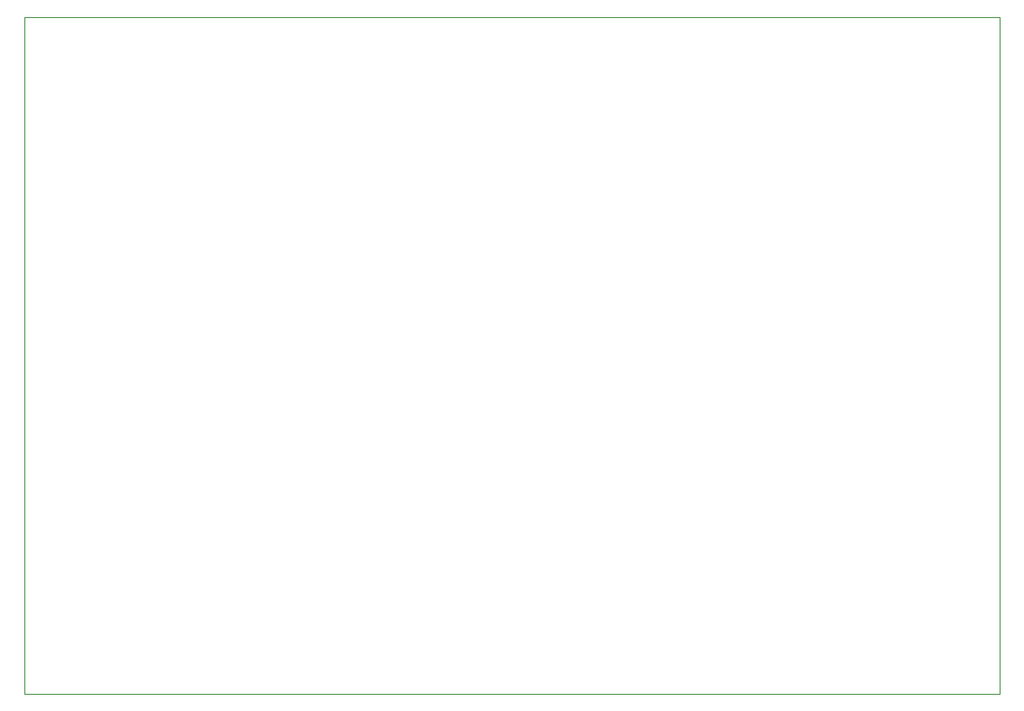
<source format=gm1>
G04 #@! TF.GenerationSoftware,KiCad,Pcbnew,(5.1.10)-1*
G04 #@! TF.CreationDate,2022-02-08T11:58:22+09:00*
G04 #@! TF.ProjectId,NOS02_V1.1,4e4f5330-325f-4563-912e-312e6b696361,Ver. 1.1*
G04 #@! TF.SameCoordinates,Original*
G04 #@! TF.FileFunction,Profile,NP*
%FSLAX46Y46*%
G04 Gerber Fmt 4.6, Leading zero omitted, Abs format (unit mm)*
G04 Created by KiCad (PCBNEW (5.1.10)-1) date 2022-02-08 11:58:22*
%MOMM*%
%LPD*%
G01*
G04 APERTURE LIST*
G04 #@! TA.AperFunction,Profile*
%ADD10C,0.050000*%
G04 #@! TD*
G04 APERTURE END LIST*
D10*
X97790000Y-123190000D02*
X97790000Y-59690000D01*
X189230000Y-123190000D02*
X97790000Y-123190000D01*
X189230000Y-59690000D02*
X189230000Y-123190000D01*
X97790000Y-59690000D02*
X189230000Y-59690000D01*
M02*

</source>
